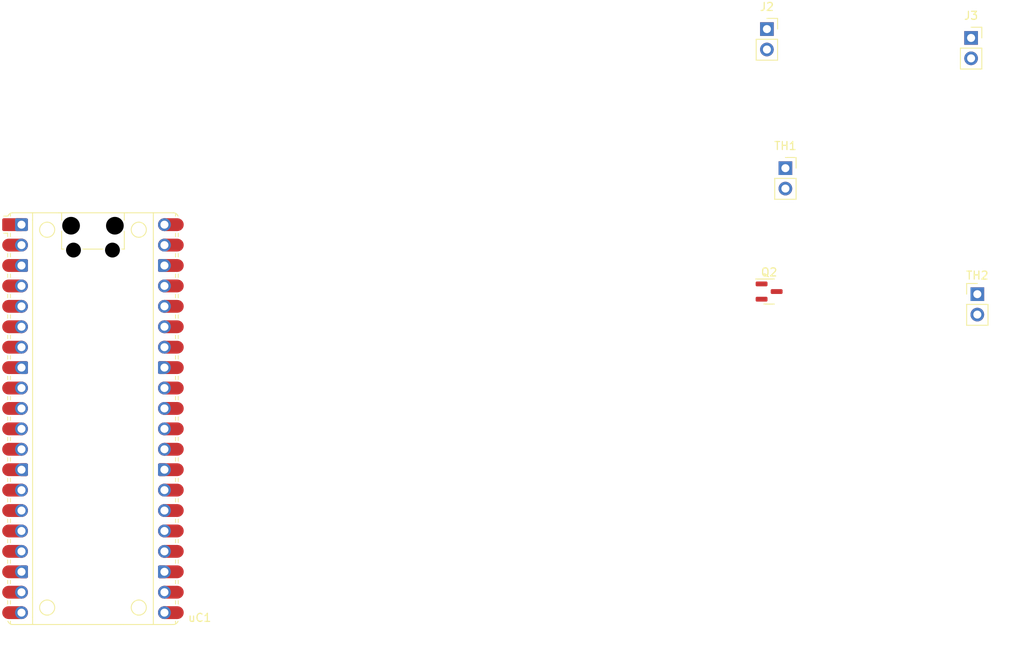
<source format=kicad_pcb>
(kicad_pcb (version 20221018) (generator pcbnew)
  (layers (0 "F.Cu" signal) (31 "B.Cu" signal) (34 "B.Paste" user) (35 "F.Paste" user) (36 "B.SilkS" user "B.Silkscreen") (37 "F.SilkS" user "F.Silkscreen") (38 "B.Mask" user) (39 "F.Mask" user) (44 "Edge.Cuts" user))
  (net 0 "")
  (net 1 "V_USB")
  (net 2 "GND")
  (net 3 "Net-(J3-Pin_2)")
  (net 4 "Net-(Q2-G)")
  (net 5 "Net-(Q2-S)")
  (net 6 "V_REG")
  (net 7 "BLOCK")
  (net 8 "  LID ")
  (net 9 "BLUE_RX")
  (net 10 "BLUE_TX")
  (net 20 "FAN")
  (net 23 "HBRG_IN2")
  (net 24 "HBRG_IN1")
  (net 25 "DISP_CS")
  (net 26 "DISP_DC")
  (net 27 "DISP_SCK")
  (net 28 "DISP_SDA")
  (net 29 "DISP_RES")
  (net 36 "/3.3V")
  (footprint "Connector_PinSocket_2.54mm:PinSocket_1x02_P2.54mm_Vertical" (layer "F.Cu") (at 179.625 45.55)
    (fp_text reference "J2" (at 0 -2.77) (layer "F.SilkS"))
    (fp_text value "Conn_01x02")
    (fp_line (start -1.33 1.27) (end -1.33 3.87) (stroke (width 0.12)) (layer "F.SilkS"))
    (fp_line (start -1.33 1.27) (end 1.33 1.27) (stroke (width 0.12)) (layer "F.SilkS"))
    (fp_line (start -1.33 3.87) (end 1.33 3.87) (stroke (width 0.12)) (layer "F.SilkS"))
    (fp_line (start 0 -1.33) (end 1.33 -1.33) (stroke (width 0.12)) (layer "F.SilkS"))
    (fp_line (start 1.33 -1.33) (end 1.33 0) (stroke (width 0.12)) (layer "F.SilkS"))
    (fp_line (start 1.33 1.27) (end 1.33 3.87) (stroke (width 0.12)) (layer "F.SilkS"))
    (pad "1" thru_hole rect (at 0 0) (size 1.7 1.7) (drill 1) (layers "*.Cu" "*.Mask") (net 1 "V_USB"))
    (pad "2" thru_hole oval (at 0 2.54) (size 1.7 1.7) (drill 1) (layers "*.Cu" "*.Mask") (net 2 "GND"))
  )
  (footprint "Connector_PinSocket_2.54mm:PinSocket_1x02_P2.54mm_Vertical" (layer "F.Cu") (at 205.025 46.65)
    (fp_text reference "J3" (at 0 -2.77) (layer "F.SilkS"))
    (fp_text value "Conn_01x02")
    (fp_line (start -1.33 1.27) (end -1.33 3.87) (stroke (width 0.12)) (layer "F.SilkS"))
    (fp_line (start -1.33 1.27) (end 1.33 1.27) (stroke (width 0.12)) (layer "F.SilkS"))
    (fp_line (start -1.33 3.87) (end 1.33 3.87) (stroke (width 0.12)) (layer "F.SilkS"))
    (fp_line (start 0 -1.33) (end 1.33 -1.33) (stroke (width 0.12)) (layer "F.SilkS"))
    (fp_line (start 1.33 -1.33) (end 1.33 0) (stroke (width 0.12)) (layer "F.SilkS"))
    (fp_line (start 1.33 1.27) (end 1.33 3.87) (stroke (width 0.12)) (layer "F.SilkS"))
    (pad "1" thru_hole rect (at 0 0) (size 1.7 1.7) (drill 1) (layers "*.Cu" "*.Mask") (net 1 "V_USB"))
    (pad "2" thru_hole oval (at 0 2.54) (size 1.7 1.7) (drill 1) (layers "*.Cu" "*.Mask") (net 3 "Net-(J3-Pin_2)"))
  )
  (footprint "Connector_PinHeader_2.54mm:PinHeader_1x02_P2.54mm_Vertical" (layer "F.Cu") (at 205.8 78.525)
    (fp_text reference "TH2" (at 0 -2.33) (layer "F.SilkS"))
    (fp_text value "Thermistor_PTC")
    (fp_line (start -1.33 -1.33) (end 0 -1.33) (stroke (width 0.12)) (layer "F.SilkS"))
    (fp_line (start -1.33 0) (end -1.33 -1.33) (stroke (width 0.12)) (layer "F.SilkS"))
    (fp_line (start -1.33 1.27) (end -1.33 3.87) (stroke (width 0.12)) (layer "F.SilkS"))
    (fp_line (start -1.33 1.27) (end 1.33 1.27) (stroke (width 0.12)) (layer "F.SilkS"))
    (fp_line (start -1.33 3.87) (end 1.33 3.87) (stroke (width 0.12)) (layer "F.SilkS"))
    (fp_line (start 1.33 1.27) (end 1.33 3.87) (stroke (width 0.12)) (layer "F.SilkS"))
    (pad "1" thru_hole rect (at 0 0) (size 1.7 1.7) (drill 1) (layers "*.Cu" "*.Mask") (net 2 "GND"))
    (pad "2" thru_hole oval (at 0 2.54) (size 1.7 1.7) (drill 1) (layers "*.Cu" "*.Mask") (net 8 "  LID "))
  )
  (footprint "Module_RaspberryPi_Pico:RaspberryPi_Pico_Common" (layer "F.Cu") (at 95.79 94.01)
    (fp_text reference "uC1" (at 11.7475 24.765 unlocked) (layer "F.SilkS") (effects (justify left)))
    (fp_text value "RaspberryPi_Pico")
    (fp_line (start -10.61 -23.07) (end -11.09 -23.07) (stroke (width 0.12)) (layer "F.SilkS"))
    (fp_line (start -10.61 -23.07) (end -10.61 -22.65) (stroke (width 0.12)) (layer "F.SilkS"))
    (fp_line (start -10.61 -20.53) (end -10.61 -20.11) (stroke (width 0.12)) (layer "F.SilkS"))
    (fp_line (start -10.61 -17.99) (end -10.61 -17.57) (stroke (width 0.12)) (layer "F.SilkS"))
    (fp_line (start -10.61 -15.45) (end -10.61 -15.03) (stroke (width 0.12)) (layer "F.SilkS"))
    (fp_line (start -10.61 -12.91) (end -10.61 -12.49) (stroke (width 0.12)) (layer "F.SilkS"))
    (fp_line (start -10.61 -10.37) (end -10.61 -9.95) (stroke (width 0.12)) (layer "F.SilkS"))
    (fp_line (start -10.61 -7.83) (end -10.61 -7.41) (stroke (width 0.12)) (layer "F.SilkS"))
    (fp_line (start -10.61 -5.29) (end -10.61 -4.87) (stroke (width 0.12)) (layer "F.SilkS"))
    (fp_line (start -10.61 -2.75) (end -10.61 -2.33) (stroke (width 0.12)) (layer "F.SilkS"))
    (fp_line (start -10.61 -0.21) (end -10.61 0.21) (stroke (width 0.12)) (layer "F.SilkS"))
    (fp_line (start -10.61 2.33) (end -10.61 2.75) (stroke (width 0.12)) (layer "F.SilkS"))
    (fp_line (start -10.61 4.87) (end -10.61 5.29) (stroke (width 0.12)) (layer "F.SilkS"))
    (fp_line (start -10.61 7.41) (end -10.61 7.83) (stroke (width 0.12)) (layer "F.SilkS"))
    (fp_line (start -10.61 9.95) (end -10.61 10.37) (stroke (width 0.12)) (layer "F.SilkS"))
    (fp_line (start -10.61 12.49) (end -10.61 12.91) (stroke (width 0.12)) (layer "F.SilkS"))
    (fp_line (start -10.61 15.03) (end -10.61 15.45) (stroke (width 0.12)) (layer "F.SilkS"))
    (fp_line (start -10.61 17.57) (end -10.61 17.99) (stroke (width 0.12)) (layer "F.SilkS"))
    (fp_line (start -10.61 20.11) (end -10.61 20.53) (stroke (width 0.12)) (layer "F.SilkS"))
    (fp_line (start -10.61 22.65) (end -10.61 23.07) (stroke (width 0.12)) (layer "F.SilkS"))
    (fp_line (start -10.579676 -25.189937) (end -11.09 -25.19) (stroke (width 0.12)) (layer "F.SilkS"))
    (fp_line (start -10.27 -25.189937) (end -10.27 -25.547) (stroke (width 0.12)) (layer "F.SilkS"))
    (fp_line (start -10.27 -23.07) (end -10.27 -22.65) (stroke (width 0.12)) (layer "F.SilkS"))
    (fp_line (start -10.27 -20.53) (end -10.27 -20.11) (stroke (width 0.12)) (layer "F.SilkS"))
    (fp_line (start -10.27 -17.99) (end -10.27 -17.57) (stroke (width 0.12)) (layer "F.SilkS"))
    (fp_line (start -10.27 -15.45) (end -10.27 -15.03) (stroke (width 0.12)) (layer "F.SilkS"))
    (fp_line (start -10.27 -12.91) (end -10.27 -12.49) (stroke (width 0.12)) (layer "F.SilkS"))
    (fp_line (start -10.27 -10.37) (end -10.27 -9.95) (stroke (width 0.12)) (layer "F.SilkS"))
    (fp_line (start -10.27 -7.83) (end -10.27 -7.41) (stroke (width 0.12)) (layer "F.SilkS"))
    (fp_line (start -10.27 -5.29) (end -10.27 -4.87) (stroke (width 0.12)) (layer "F.SilkS"))
    (fp_line (start -10.27 -2.75) (end -10.27 -2.33) (stroke (width 0.12)) (layer "F.SilkS"))
    (fp_line (start -10.27 -0.21) (end -10.27 0.21) (stroke (width 0.12)) (layer "F.SilkS"))
    (fp_line (start -10.27 2.33) (end -10.27 2.75) (stroke (width 0.12)) (layer "F.SilkS"))
    (fp_line (start -10.27 4.87) (end -10.27 5.29) (stroke (width 0.12)) (layer "F.SilkS"))
    (fp_line (start -10.27 7.41) (end -10.27 7.83) (stroke (width 0.12)) (layer "F.SilkS"))
    (fp_line (start -10.27 9.95) (end -10.27 10.37) (stroke (width 0.12)) (layer "F.SilkS"))
    (fp_line (start -10.27 12.49) (end -10.27 12.91) (stroke (width 0.12)) (layer "F.SilkS"))
    (fp_line (start -10.27 15.03) (end -10.27 15.45) (stroke (width 0.12)) (layer "F.SilkS"))
    (fp_line (start -10.27 17.57) (end -10.27 17.99) (stroke (width 0.12)) (layer "F.SilkS"))
    (fp_line (start -10.27 20.11) (end -10.27 20.53) (stroke (width 0.12)) (layer "F.SilkS"))
    (fp_line (start -10.27 22.65) (end -10.27 23.07) (stroke (width 0.12)) (layer "F.SilkS"))
    (fp_line (start -10.27 25.189937) (end -10.27 25.547) (stroke (width 0.12)) (layer "F.SilkS"))
    (fp_line (start -10 -25.61) (end -7.51 -25.61) (stroke (width 0.12)) (layer "F.SilkS"))
    (fp_line (start -10 25.61) (end -3.6 25.61) (stroke (width 0.12)) (layer "F.SilkS"))
    (fp_line (start -7.51 -25.61) (end -7.51 -24.69648) (stroke (width 0.12)) (layer "F.SilkS"))
    (fp_line (start -7.51 -25.61) (end -4.235 -25.61) (stroke (width 0.12)) (layer "F.SilkS"))
    (fp_line (start -7.51 -24.69648) (end -7.51 -22.30352) (stroke (width 0.12)) (layer "F.SilkS"))
    (fp_line (start -7.51 -22.30352) (end -7.51 22.30352) (stroke (width 0.12)) (layer "F.SilkS"))
    (fp_line (start -7.51 22.30352) (end -7.51 24.69648) (stroke (width 0.12)) (layer "F.SilkS"))
    (fp_line (start -7.51 24.69648) (end -7.51 25.61) (stroke (width 0.12)) (layer "F.SilkS"))
    (fp_line (start -4.235 -25.61) (end 4.235 -25.61) (stroke (width 0.12)) (layer "F.SilkS"))
    (fp_line (start -3.9 -25.61) (end -3.9 -24.694) (stroke (width 0.12)) (layer "F.SilkS"))
    (fp_line (start -3.9 -23.3152) (end -3.9 -21.09) (stroke (width 0.12)) (layer "F.SilkS"))
    (fp_line (start -3.9 -21.09) (end -3.60391 -21.09) (stroke (width 0.12)) (layer "F.SilkS"))
    (fp_line (start -1.24609 -21.09) (end 1.24609 -21.09) (stroke (width 0.12)) (layer "F.SilkS"))
    (fp_line (start 3.6 25.61) (end -3.6 25.61) (stroke (width 0.12)) (layer "F.SilkS"))
    (fp_line (start 3.6 25.61) (end 10 25.61) (stroke (width 0.12)) (layer "F.SilkS"))
    (fp_line (start 3.60391 -21.09) (end 3.9 -21.09) (stroke (width 0.12)) (layer "F.SilkS"))
    (fp_line (start 3.9 -25.61) (end 3.9 -24.694) (stroke (width 0.12)) (layer "F.SilkS"))
    (fp_line (start 3.9 -23.3152) (end 3.9 -21.09) (stroke (width 0.12)) (layer "F.SilkS"))
    (fp_line (start 4.235 -25.61) (end 7.51 -25.61) (stroke (width 0.12)) (layer "F.SilkS"))
    (fp_line (start 7.51 -25.61) (end 7.51 -24.69648) (stroke (width 0.12)) (layer "F.SilkS"))
    (fp_line (start 7.51 -24.69648) (end 7.51 -22.30352) (stroke (width 0.12)) (layer "F.SilkS"))
    (fp_line (start 7.51 -22.30352) (end 7.51 22.30352) (stroke (width 0.12)) (layer "F.SilkS"))
    (fp_line (start 7.51 22.30352) (end 7.51 24.69648) (stroke (width 0.12)) (layer "F.SilkS"))
    (fp_line (start 7.51 24.69648) (end 7.51 25.61) (stroke (width 0.12)) (layer "F.SilkS"))
    (fp_line (start 10 -25.61) (end 7.51 -25.61) (stroke (width 0.12)) (layer "F.SilkS"))
    (fp_line (start 10.27 -25.189937) (end 10.27 -25.547) (stroke (width 0.12)) (layer "F.SilkS"))
    (fp_line (start 10.27 -23.07) (end 10.27 -22.65) (stroke (width 0.12)) (layer "F.SilkS"))
    (fp_line (start 10.27 -20.53) (end 10.27 -20.11) (stroke (width 0.12)) (layer "F.SilkS"))
    (fp_line (start 10.27 -17.99) (end 10.27 -17.57) (stroke (width 0.12)) (layer "F.SilkS"))
    (fp_line (start 10.27 -15.45) (end 10.27 -15.03) (stroke (width 0.12)) (layer "F.SilkS"))
    (fp_line (start 10.27 -12.91) (end 10.27 -12.49) (stroke (width 0.12)) (layer "F.SilkS"))
    (fp_line (start 10.27 -10.37) (end 10.27 -9.95) (stroke (width 0.12)) (layer "F.SilkS"))
    (fp_line (start 10.27 -7.83) (end 10.27 -7.41) (stroke (width 0.12)) (layer "F.SilkS"))
    (fp_line (start 10.27 -5.29) (end 10.27 -4.87) (stroke (width 0.12)) (layer "F.SilkS"))
    (fp_line (start 10.27 -2.75) (end 10.27 -2.33) (stroke (width 0.12)) (layer "F.SilkS"))
    (fp_line (start 10.27 -0.21) (end 10.27 0.21) (stroke (width 0.12)) (layer "F.SilkS"))
    (fp_line (start 10.27 2.33) (end 10.27 2.75) (stroke (width 0.12)) (layer "F.SilkS"))
    (fp_line (start 10.27 4.87) (end 10.27 5.29) (stroke (width 0.12)) (layer "F.SilkS"))
    (fp_line (start 10.27 7.41) (end 10.27 7.83) (stroke (width 0.12)) (layer "F.SilkS"))
    (fp_line (start 10.27 9.95) (end 10.27 10.37) (stroke (width 0.12)) (layer "F.SilkS"))
    (fp_line (start 10.27 12.49) (end 10.27 12.91) (stroke (width 0.12)) (layer "F.SilkS"))
    (fp_line (start 10.27 15.03) (end 10.27 15.45) (stroke (width 0.12)) (layer "F.SilkS"))
    (fp_line (start 10.27 17.57) (end 10.27 17.99) (stroke (width 0.12)) (layer "F.SilkS"))
    (fp_line (start 10.27 20.11) (end 10.27 20.53) (stroke (width 0.12)) (layer "F.SilkS"))
    (fp_line (start 10.27 22.65) (end 10.27 23.07) (stroke (width 0.12)) (layer "F.SilkS"))
    (fp_line (start 10.27 25.189937) (end 10.27 25.547) (stroke (width 0.12)) (layer "F.SilkS"))
    (fp_line (start 10.61 -23.07) (end 10.61 -22.65) (stroke (width 0.12)) (layer "F.SilkS"))
    (fp_line (start 10.61 -20.53) (end 10.61 -20.11) (stroke (width 0.12)) (layer "F.SilkS"))
    (fp_line (start 10.61 -17.99) (end 10.61 -17.57) (stroke (width 0.12)) (layer "F.SilkS"))
    (fp_line (start 10.61 -15.45) (end 10.61 -15.03) (stroke (width 0.12)) (layer "F.SilkS"))
    (fp_line (start 10.61 -12.91) (end 10.61 -12.49) (stroke (width 0.12)) (layer "F.SilkS"))
    (fp_line (start 10.61 -10.37) (end 10.61 -9.95) (stroke (width 0.12)) (layer "F.SilkS"))
    (fp_line (start 10.61 -7.83) (end 10.61 -7.41) (stroke (width 0.12)) (layer "F.SilkS"))
    (fp_line (start 10.61 -5.29) (end 10.61 -4.87) (stroke (width 0.12)) (layer "F.SilkS"))
    (fp_line (start 10.61 -2.75) (end 10.61 -2.33) (stroke (width 0.12)) (layer "F.SilkS"))
    (fp_line (start 10.61 -0.21) (end 10.61 0.21) (stroke (width 0.12)) (layer "F.SilkS"))
    (fp_line (start 10.61 2.33) (end 10.61 2.75) (stroke (width 0.12)) (layer "F.SilkS"))
    (fp_line (start 10.61 4.87) (end 10.61 5.29) (stroke (width 0.12)) (layer "F.SilkS"))
    (fp_line (start 10.61 7.41) (end 10.61 7.83) (stroke (width 0.12)) (layer "F.SilkS"))
    (fp_line (start 10.61 9.95) (end 10.61 10.37) (stroke (width 0.12)) (layer "F.SilkS"))
    (fp_line (start 10.61 12.49) (end 10.61 12.91) (stroke (width 0.12)) (layer "F.SilkS"))
    (fp_line (start 10.61 15.03) (end 10.61 15.45) (stroke (width 0.12)) (layer "F.SilkS"))
    (fp_line (start 10.61 17.57) (end 10.61 17.99) (stroke (width 0.12)) (layer "F.SilkS"))
    (fp_line (start 10.61 20.11) (end 10.61 20.53) (stroke (width 0.12)) (layer "F.SilkS"))
    (fp_line (start 10.61 22.65) (end 10.61 23.07) (stroke (width 0.12)) (layer "F.SilkS"))
    (fp_arc (start -10.579676 -25.189937) (mid -10.357938 -25.493944) (end -10 -25.61) (stroke (width 0.12)) (layer "F.SilkS"))
    (fp_arc (start -10 25.61) (mid -10.357937 25.493944) (end -10.579676 25.189937) (stroke (width 0.12)) (layer "F.SilkS"))
    (fp_arc (start 10 -25.61) (mid 10.357937 -25.493944) (end 10.579676 -25.189937) (stroke (width 0.12)) (layer "F.SilkS"))
    (fp_arc (start 10.579676 25.189937) (mid 10.357949 25.493953) (end 10 25.61) (stroke (width 0.12)) (layer "F.SilkS"))
    (fp_circle (center -5.7 -23.5) (end -4.76 -23.5) (stroke (width 0.12)) (fill none) (layer "F.SilkS"))
    (fp_circle (center -5.7 23.5) (end -4.76 23.5) (stroke (width 0.12)) (fill none) (layer "F.SilkS"))
    (fp_circle (center 5.7 -23.5) (end 6.64 -23.5) (stroke (width 0.12)) (fill none) (layer "F.SilkS"))
    (fp_circle (center 5.7 23.5) (end 6.64 23.5) (stroke (width 0.12)) (fill none) (layer "F.SilkS"))
    (pad "" np_thru_hole circle (at -2.725 -24) (size 2.2 2.2) (drill 2.2) (layers "*.Mask"))
    (pad "" np_thru_hole circle (at -2.425 -20.97) (size 1.85 1.85) (drill 1.85) (layers "*.Mask"))
    (pad "" np_thru_hole circle (at 2.425 -20.97) (size 1.85 1.85) (drill 1.85) (layers "*.Mask"))
    (pad "" np_thru_hole circle (at 2.725 -24) (size 2.2 2.2) (drill 2.2) (layers "*.Mask"))
    (pad "1" thru_hole roundrect (at -8.89 -24.13) (size 1.6 1.6) (drill 1) (layers "*.Mask" "F.Cu" "In1.Cu" "B.Cu") (roundrect_rratio 0.125) (net 9 "BLUE_RX"))
    (pad "1" smd custom (at -8.89 -24.13) (size 1.6 1.6) (layers "F.Cu" "F.Mask") (net 9 "BLUE_RX") (options (clearance outline) (anchor circle)) (primitives (gr_poly (pts (xy -2.4 0.6) (xy -2.4 -0.6) (xy -2.2 -0.8) (xy 0 -0.8) (xy 0 0.8) (xy -2.2 0.8)) (width 0) (fill yes)) (gr_circle (center -2.2 0.6) (end -2 0.6) (width 0) (fill yes)) (gr_circle (center -2.2 -0.6) (end -2 -0.6) (width 0) (fill yes))))
    (pad "2" thru_hole circle (at -8.89 -21.59) (size 1.6 1.6) (drill 1) (layers "*.Mask" "F.Cu" "In1.Cu" "B.Cu") (net 10 "BLUE_TX"))
    (pad "2" smd roundrect (at -8.89 -21.59) (size 3.2 1.6) (drill (offset -0.8 0)) (layers "F.Cu" "F.Mask") (roundrect_rratio 0.5) (net 10 "BLUE_TX"))
    (pad "3" thru_hole custom (at -8.89 -19.05) (size 1.6 1.6) (drill 1) (layers "*.Mask" "F.Cu" "In1.Cu" "B.Cu") (net 2 "GND") (options (clearance outline) (anchor circle)) (primitives (gr_poly (pts (xy 0.8 0.6) (xy 0.8 -0.6) (xy 0.6 -0.8) (xy 0 -0.8) (xy 0 0.8) (xy 0.6 0.8)) (width 0) (fill yes)) (gr_circle (center 0.6 0.6) (end 0.8 0.6) (width 0) (fill yes)) (gr_circle (center 0.6 -0.6) (end 0.8 -0.6) (width 0) (fill yes))))
    (pad "3" smd custom (at -8.89 -19.05) (size 1.6 1.6) (layers "F.Cu" "F.Mask") (net 2 "GND") (options (clearance outline) (anchor circle)) (primitives (gr_poly (pts (xy 0.8 -0.6) (xy 0.8 0.6) (xy 0.6 0.8) (xy -1.6 0.8) (xy -1.6 -0.8) (xy 0.6 -0.8)) (width 0) (fill yes)) (gr_circle (center 0.6 0.6) (end 0.8 0.6) (width 0) (fill yes)) (gr_circle (center 0.6 -0.6) (end 0.8 -0.6) (width 0) (fill yes)) (gr_circle (center -1.6 0) (end -0.8 0) (width 0) (fill yes))))
    (pad "4" thru_hole circle (at -8.89 -16.51) (size 1.6 1.6) (drill 1) (layers "*.Mask" "F.Cu" "In1.Cu" "B.Cu"))
    (pad "4" smd roundrect (at -8.89 -16.51) (size 3.2 1.6) (drill (offset -0.8 0)) (layers "F.Cu" "F.Mask") (roundrect_rratio 0.5))
    (pad "5" thru_hole circle (at -8.89 -13.97) (size 1.6 1.6) (drill 1) (layers "*.Mask" "F.Cu" "In1.Cu" "B.Cu"))
    (pad "5" smd roundrect (at -8.89 -13.97) (size 3.2 1.6) (drill (offset -0.8 0)) (layers "F.Cu" "F.Mask") (roundrect_rratio 0.5))
    (pad "6" thru_hole circle (at -8.89 -11.43) (size 1.6 1.6) (drill 1) (layers "*.Mask" "F.Cu" "In1.Cu" "B.Cu"))
    (pad "6" smd roundrect (at -8.89 -11.43) (size 3.2 1.6) (drill (offset -0.8 0)) (layers "F.Cu" "F.Mask") (roundrect_rratio 0.5))
    (pad "7" thru_hole circle (at -8.89 -8.89) (size 1.6 1.6) (drill 1) (layers "*.Mask" "F.Cu" "In1.Cu" "B.Cu"))
    (pad "7" smd roundrect (at -8.89 -8.89) (size 3.2 1.6) (drill (offset -0.8 0)) (layers "F.Cu" "F.Mask") (roundrect_rratio 0.5))
    (pad "8" thru_hole custom (at -8.89 -6.35) (size 1.6 1.6) (drill 1) (layers "*.Mask" "F.Cu" "In1.Cu" "B.Cu") (net 2 "GND") (options (clearance outline) (anchor circle)) (primitives (gr_poly (pts (xy 0.8 0.6) (xy 0.8 -0.6) (xy 0.6 -0.8) (xy 0 -0.8) (xy 0 0.8) (xy 0.6 0.8)) (width 0) (fill yes)) (gr_circle (center 0.6 0.6) (end 0.8 0.6) (width 0) (fill yes)) (gr_circle (center 0.6 -0.6) (end 0.8 -0.6) (width 0) (fill yes))))
    (pad "8" smd custom (at -8.89 -6.35) (size 1.6 1.6) (layers "F.Cu" "F.Mask") (net 2 "GND") (options (clearance outline) (anchor circle)) (primitives (gr_poly (pts (xy 0.8 -0.6) (xy 0.8 0.6) (xy 0.6 0.8) (xy -1.6 0.8) (xy -1.6 -0.8) (xy 0.6 -0.8)) (width 0) (fill yes)) (gr_circle (center 0.6 0.6) (end 0.8 0.6) (width 0) (fill yes)) (gr_circle (center 0.6 -0.6) (end 0.8 -0.6) (width 0) (fill yes)) (gr_circle (center -1.6 0) (end -0.8 0) (width 0) (fill yes))))
    (pad "9" thru_hole circle (at -8.89 -3.81) (size 1.6 1.6) (drill 1) (layers "*.Mask" "F.Cu" "In1.Cu" "B.Cu"))
    (pad "9" smd roundrect (at -8.89 -3.81) (size 3.2 1.6) (drill (offset -0.8 0)) (layers "F.Cu" "F.Mask") (roundrect_rratio 0.5))
    (pad "10" thru_hole circle (at -8.89 -1.27) (size 1.6 1.6) (drill 1) (layers "*.Mask" "F.Cu" "In1.Cu" "B.Cu"))
    (pad "10" smd roundrect (at -8.89 -1.27) (size 3.2 1.6) (drill (offset -0.8 0)) (layers "F.Cu" "F.Mask") (roundrect_rratio 0.5))
    (pad "11" thru_hole circle (at -8.89 1.27) (size 1.6 1.6) (drill 1) (layers "*.Mask" "F.Cu" "In1.Cu" "B.Cu"))
    (pad "11" smd roundrect (at -8.89 1.27) (size 3.2 1.6) (drill (offset -0.8 0)) (layers "F.Cu" "F.Mask") (roundrect_rratio 0.5))
    (pad "12" thru_hole circle (at -8.89 3.81) (size 1.6 1.6) (drill 1) (layers "*.Mask" "F.Cu" "In1.Cu" "B.Cu"))
    (pad "12" smd roundrect (at -8.89 3.81) (size 3.2 1.6) (drill (offset -0.8 0)) (layers "F.Cu" "F.Mask") (roundrect_rratio 0.5))
    (pad "13" thru_hole custom (at -8.89 6.35) (size 1.6 1.6) (drill 1) (layers "*.Mask" "F.Cu" "In1.Cu" "B.Cu") (net 2 "GND") (options (clearance outline) (anchor circle)) (primitives (gr_poly (pts (xy 0.8 0.6) (xy 0.8 -0.6) (xy 0.6 -0.8) (xy 0 -0.8) (xy 0 0.8) (xy 0.6 0.8)) (width 0) (fill yes)) (gr_circle (center 0.6 0.6) (end 0.8 0.6) (width 0) (fill yes)) (gr_circle (center 0.6 -0.6) (end 0.8 -0.6) (width 0) (fill yes))))
    (pad "13" smd custom (at -8.89 6.35) (size 1.6 1.6) (layers "F.Cu" "F.Mask") (net 2 "GND") (options (clearance outline) (anchor circle)) (primitives (gr_poly (pts (xy 0.8 -0.6) (xy 0.8 0.6) (xy 0.6 0.8) (xy -1.6 0.8) (xy -1.6 -0.8) (xy 0.6 -0.8)) (width 0) (fill yes)) (gr_circle (center 0.6 0.6) (end 0.8 0.6) (width 0) (fill yes)) (gr_circle (center 0.6 -0.6) (end 0.8 -0.6) (width 0) (fill yes)) (gr_circle (center -1.6 0) (end -0.8 0) (width 0) (fill yes))))
    (pad "14" thru_hole circle (at -8.89 8.89) (size 1.6 1.6) (drill 1) (layers "*.Mask" "F.Cu" "In1.Cu" "B.Cu"))
    (pad "14" smd roundrect (at -8.89 8.89) (size 3.2 1.6) (drill (offset -0.8 0)) (layers "F.Cu" "F.Mask") (roundrect_rratio 0.5))
    (pad "15" thru_hole circle (at -8.89 11.43) (size 1.6 1.6) (drill 1) (layers "*.Mask" "F.Cu" "In1.Cu" "B.Cu") (net 20 "FAN"))
    (pad "15" smd roundrect (at -8.89 11.43) (size 3.2 1.6) (drill (offset -0.8 0)) (layers "F.Cu" "F.Mask") (roundrect_rratio 0.5) (net 20 "FAN"))
    (pad "16" thru_hole circle (at -8.89 13.97) (size 1.6 1.6) (drill 1) (layers "*.Mask" "F.Cu" "In1.Cu" "B.Cu"))
    (pad "16" smd roundrect (at -8.89 13.97) (size 3.2 1.6) (drill (offset -0.8 0)) (layers "F.Cu" "F.Mask") (roundrect_rratio 0.5))
    (pad "17" thru_hole circle (at -8.89 16.51) (size 1.6 1.6) (drill 1) (layers "*.Mask" "F.Cu" "In1.Cu" "B.Cu"))
    (pad "17" smd roundrect (at -8.89 16.51) (size 3.2 1.6) (drill (offset -0.8 0)) (layers "F.Cu" "F.Mask") (roundrect_rratio 0.5))
    (pad "18" thru_hole custom (at -8.89 19.05) (size 1.6 1.6) (drill 1) (layers "*.Mask" "F.Cu" "In1.Cu" "B.Cu") (net 2 "GND") (options (clearance outline) (anchor circle)) (primitives (gr_poly (pts (xy 0.8 0.6) (xy 0.8 -0.6) (xy 0.6 -0.8) (xy 0 -0.8) (xy 0 0.8) (xy 0.6 0.8)) (width 0) (fill yes)) (gr_circle (center 0.6 0.6) (end 0.8 0.6) (width 0) (fill yes)) (gr_circle (center 0.6 -0.6) (end 0.8 -0.6) (width 0) (fill yes))))
    (pad "18" smd custom (at -8.89 19.05) (size 1.6 1.6) (layers "F.Cu" "F.Mask") (net 2 "GND") (options (clearance outline) (anchor circle)) (primitives (gr_poly (pts (xy 0.8 -0.6) (xy 0.8 0.6) (xy 0.6 0.8) (xy -1.6 0.8) (xy -1.6 -0.8) (xy 0.6 -0.8)) (width 0) (fill yes)) (gr_circle (center 0.6 0.6) (end 0.8 0.6) (width 0) (fill yes)) (gr_circle (center 0.6 -0.6) (end 0.8 -0.6) (width 0) (fill yes)) (gr_circle (center -1.6 0) (end -0.8 0) (width 0) (fill yes))))
    (pad "19" thru_hole circle (at -8.89 21.59) (size 1.6 1.6) (drill 1) (layers "*.Mask" "F.Cu" "In1.Cu" "B.Cu") (net 23 "HBRG_IN2"))
    (pad "19" smd roundrect (at -8.89 21.59) (size 3.2 1.6) (drill (offset -0.8 0)) (layers "F.Cu" "F.Mask") (roundrect_rratio 0.5) (net 23 "HBRG_IN2"))
    (pad "20" thru_hole circle (at -8.89 24.13) (size 1.6 1.6) (drill 1) (layers "*.Mask" "F.Cu" "In1.Cu" "B.Cu") (net 24 "HBRG_IN1"))
    (pad "20" smd roundrect (at -8.89 24.13) (size 3.2 1.6) (drill (offset -0.8 0)) (layers "F.Cu" "F.Mask") (roundrect_rratio 0.5) (net 24 "HBRG_IN1"))
    (pad "21" thru_hole circle (at 8.89 24.13) (size 1.6 1.6) (drill 1) (layers "*.Mask" "F.Cu" "In1.Cu" "B.Cu") (net 25 "DISP_CS"))
    (pad "21" smd roundrect (at 8.89 24.13) (size 3.2 1.6) (drill (offset 0.8 0)) (layers "F.Cu" "F.Mask") (roundrect_rratio 0.5) (net 25 "DISP_CS"))
    (pad "22" thru_hole circle (at 8.89 21.59) (size 1.6 1.6) (drill 1) (layers "*.Mask" "F.Cu" "In1.Cu" "B.Cu") (net 26 "DISP_DC"))
    (pad "22" smd roundrect (at 8.89 21.59) (size 3.2 1.6) (drill (offset 0.8 0)) (layers "F.Cu" "F.Mask") (roundrect_rratio 0.5) (net 26 "DISP_DC"))
    (pad "23" thru_hole custom (at 8.89 19.05) (size 1.6 1.6) (drill 1) (layers "*.Mask" "F.Cu" "In1.Cu" "B.Cu") (net 2 "GND") (options (clearance outline) (anchor circle)) (primitives (gr_poly (pts (xy -0.8 0.6) (xy -0.8 -0.6) (xy -0.6 -0.8) (xy 0 -0.8) (xy 0 0.8) (xy -0.6 0.8)) (width 0) (fill yes)) (gr_circle (center -0.6 0.6) (end -0.4 0.6) (width 0) (fill yes)) (gr_circle (center -0.6 -0.6) (end -0.4 -0.6) (width 0) (fill yes))))
    (pad "23" smd custom (at 8.89 19.05) (size 1.6 1.6) (layers "F.Cu" "F.Mask") (net 2 "GND") (options (clearance outline) (anchor circle)) (primitives (gr_poly (pts (xy -0.8 -0.6) (xy -0.8 0.6) (xy -0.6 0.8) (xy 1.6 0.8) (xy 1.6 -0.8) (xy -0.6 -0.8)) (width 0) (fill yes)) (gr_circle (center -0.6 0.6) (end -0.4 0.6) (width 0) (fill yes)) (gr_circle (center -0.6 -0.6) (end -0.4 -0.6) (width 0) (fill yes)) (gr_circle (center 1.6 0) (end 2.4 0) (width 0) (fill yes))))
    (pad "24" thru_hole circle (at 8.89 16.51) (size 1.6 1.6) (drill 1) (layers "*.Mask" "F.Cu" "In1.Cu" "B.Cu") (net 27 "DISP_SCK"))
    (pad "24" smd roundrect (at 8.89 16.51) (size 3.2 1.6) (drill (offset 0.8 0)) (layers "F.Cu" "F.Mask") (roundrect_rratio 0.5) (net 27 "DISP_SCK"))
    (pad "25" thru_hole circle (at 8.89 13.97) (size 1.6 1.6) (drill 1) (layers "*.Mask" "F.Cu" "In1.Cu" "B.Cu") (net 28 "DISP_SDA"))
    (pad "25" smd roundrect (at 8.89 13.97) (size 3.2 1.6) (drill (offset 0.8 0)) (layers "F.Cu" "F.Mask") (roundrect_rratio 0.5) (net 28 "DISP_SDA"))
    (pad "26" thru_hole circle (at 8.89 11.43) (size 1.6 1.6) (drill 1) (layers "*.Mask" "F.Cu" "In1.Cu" "B.Cu") (net 29 "DISP_RES"))
    (pad "26" smd roundrect (at 8.89 11.43) (size 3.2 1.6) (drill (offset 0.8 0)) (layers "F.Cu" "F.Mask") (roundrect_rratio 0.5) (net 29 "DISP_RES"))
    (pad "27" thru_hole circle (at 8.89 8.89) (size 1.6 1.6) (drill 1) (layers "*.Mask" "F.Cu" "In1.Cu" "B.Cu"))
    (pad "27" smd roundrect (at 8.89 8.89) (size 3.2 1.6) (drill (offset 0.8 0)) (layers "F.Cu" "F.Mask") (roundrect_rratio 0.5))
    (pad "28" thru_hole custom (at 8.89 6.35) (size 1.6 1.6) (drill 1) (layers "*.Mask" "F.Cu" "In1.Cu" "B.Cu") (net 2 "GND") (options (clearance outline) (anchor circle)) (primitives (gr_poly (pts (xy -0.8 0.6) (xy -0.8 -0.6) (xy -0.6 -0.8) (xy 0 -0.8) (xy 0 0.8) (xy -0.6 0.8)) (width 0) (fill yes)) (gr_circle (center -0.6 0.6) (end -0.4 0.6) (width 0) (fill yes)) (gr_circle (center -0.6 -0.6) (end -0.4 -0.6) (width 0) (fill yes))))
    (pad "28" smd custom (at 8.89 6.35) (size 1.6 1.6) (layers "F.Cu" "F.Mask") (net 2 "GND") (options (clearance outline) (anchor circle)) (primitives (gr_poly (pts (xy -0.8 -0.6) (xy -0.8 0.6) (xy -0.6 0.8) (xy 1.6 0.8) (xy 1.6 -0.8) (xy -0.6 -0.8)) (width 0) (fill yes)) (gr_circle (center -0.6 0.6) (end -0.4 0.6) (width 0) (fill yes)) (gr_circle (center -0.6 -0.6) (end -0.4 -0.6) (width 0) (fill yes)) (gr_circle (center 1.6 0) (end 2.4 0) (width 0) (fill yes))))
    (pad "29" thru_hole circle (at 8.89 3.81) (size 1.6 1.6) (drill 1) (layers "*.Mask" "F.Cu" "In1.Cu" "B.Cu"))
    (pad "29" smd roundrect (at 8.89 3.81) (size 3.2 1.6) (drill (offset 0.8 0)) (layers "F.Cu" "F.Mask") (roundrect_rratio 0.5))
    (pad "30" thru_hole circle (at 8.89 1.27) (size 1.6 1.6) (drill 1) (layers "*.Mask" "F.Cu" "In1.Cu" "B.Cu"))
    (pad "30" smd roundrect (at 8.89 1.27) (size 3.2 1.6) (drill (offset 0.8 0)) (layers "F.Cu" "F.Mask") (roundrect_rratio 0.5))
    (pad "31" thru_hole circle (at 8.89 -1.27) (size 1.6 1.6) (drill 1) (layers "*.Mask" "F.Cu" "In1.Cu" "B.Cu") (net 7 "BLOCK"))
    (pad "31" smd roundrect (at 8.89 -1.27) (size 3.2 1.6) (drill (offset 0.8 0)) (layers "F.Cu" "F.Mask") (roundrect_rratio 0.5) (net 7 "BLOCK"))
    (pad "32" thru_hole circle (at 8.89 -3.81) (size 1.6 1.6) (drill 1) (layers "*.Mask" "F.Cu" "In1.Cu" "B.Cu") (net 8 "  LID "))
    (pad "32" smd roundrect (at 8.89 -3.81) (size 3.2 1.6) (drill (offset 0.8 0)) (layers "F.Cu" "F.Mask") (roundrect_rratio 0.5) (net 8 "  LID "))
    (pad "33" thru_hole custom (at 8.89 -6.35) (size 1.6 1.6) (drill 1) (layers "*.Mask" "F.Cu" "In1.Cu" "B.Cu") (options (clearance outline) (anchor circle)) (primitives (gr_poly (pts (xy -0.8 0.6) (xy -0.8 -0.6) (xy -0.6 -0.8) (xy 0 -0.8) (xy 0 0.8) (xy -0.6 0.8)) (width 0) (fill yes)) (gr_circle (center -0.6 0.6) (end -0.4 0.6) (width 0) (fill yes)) (gr_circle (center -0.6 -0.6) (end -0.4 -0.6) (width 0) (fill yes))))
    (pad "33" smd custom (at 8.89 -6.35) (size 1.6 1.6) (layers "F.Cu" "F.Mask") (options (clearance outline) (anchor circle)) (primitives (gr_poly (pts (xy -0.8 -0.6) (xy -0.8 0.6) (xy -0.6 0.8) (xy 1.6 0.8) (xy 1.6 -0.8) (xy -0.6 -0.8)) (width 0) (fill yes)) (gr_circle (center -0.6 0.6) (end -0.4 0.6) (width 0) (fill yes)) (gr_circle (center -0.6 -0.6) (end -0.4 -0.6) (width 0) (fill yes)) (gr_circle (center 1.6 0) (end 2.4 0) (width 0) (fill yes))))
    (pad "34" thru_hole circle (at 8.89 -8.89) (size 1.6 1.6) (drill 1) (layers "*.Mask" "F.Cu" "In1.Cu" "B.Cu"))
    (pad "34" smd roundrect (at 8.89 -8.89) (size 3.2 1.6) (drill (offset 0.8 0)) (layers "F.Cu" "F.Mask") (roundrect_rratio 0.5))
    (pad "35" thru_hole circle (at 8.89 -11.43) (size 1.6 1.6) (drill 1) (layers "*.Mask" "F.Cu" "In1.Cu" "B.Cu"))
    (pad "35" smd roundrect (at 8.89 -11.43) (size 3.2 1.6) (drill (offset 0.8 0)) (layers "F.Cu" "F.Mask") (roundrect_rratio 0.5))
    (pad "36" thru_hole circle (at 8.89 -13.97) (size 1.6 1.6) (drill 1) (layers "*.Mask" "F.Cu" "In1.Cu" "B.Cu") (net 36 "/3.3V"))
    (pad "36" smd roundrect (at 8.89 -13.97) (size 3.2 1.6) (drill (offset 0.8 0)) (layers "F.Cu" "F.Mask") (roundrect_rratio 0.5) (net 36 "/3.3V"))
    (pad "37" thru_hole circle (at 8.89 -16.51) (size 1.6 1.6) (drill 1) (layers "*.Mask" "F.Cu" "In1.Cu" "B.Cu"))
    (pad "37" smd roundrect (at 8.89 -16.51) (size 3.2 1.6) (drill (offset 0.8 0)) (layers "F.Cu" "F.Mask") (roundrect_rratio 0.5))
    (pad "38" thru_hole custom (at 8.89 -19.05) (size 1.6 1.6) (drill 1) (layers "*.Mask" "F.Cu" "In1.Cu" "B.Cu") (net 2 "GND") (options (clearance outline) (anchor circle)) (primitives (gr_poly (pts (xy -0.8 0.6) (xy -0.8 -0.6) (xy -0.6 -0.8) (xy 0 -0.8) (xy 0 0.8) (xy -0.6 0.8)) (width 0) (fill yes)) (gr_circle (center -0.6 0.6) (end -0.4 0.6) (width 0) (fill yes)) (gr_circle (center -0.6 -0.6) (end -0.4 -0.6) (width 0) (fill yes))))
    (pad "38" smd custom (at 8.89 -19.05) (size 1.6 1.6) (layers "F.Cu" "F.Mask") (net 2 "GND") (options (clearance outline) (anchor circle)) (primitives (gr_poly (pts (xy -0.8 -0.6) (xy -0.8 0.6) (xy -0.6 0.8) (xy 1.6 0.8) (xy 1.6 -0.8) (xy -0.6 -0.8)) (width 0) (fill yes)) (gr_circle (center -0.6 0.6) (end -0.4 0.6) (width 0) (fill yes)) (gr_circle (center -0.6 -0.6) (end -0.4 -0.6) (width 0) (fill yes)) (gr_circle (center 1.6 0) (end 2.4 0) (width 0) (fill yes))))
    (pad "39" thru_hole circle (at 8.89 -21.59) (size 1.6 1.6) (drill 1) (layers "*.Mask" "F.Cu" "In1.Cu" "B.Cu") (net 5 "Net-(Q2-S)"))
    (pad "39" smd roundrect (at 8.89 -21.59) (size 3.2 1.6) (drill (offset 0.8 0)) (layers "F.Cu" "F.Mask") (roundrect_rratio 0.5) (net 5 "Net-(Q2-S)"))
    (pad "40" thru_hole circle (at 8.89 -24.13) (size 1.6 1.6) (drill 1) (layers "*.Mask" "F.Cu" "In1.Cu" "B.Cu") (net 4 "Net-(Q2-G)"))
    (pad "40" smd roundrect (at 8.89 -24.13) (size 3.2 1.6) (drill (offset 0.8 0)) (layers "F.Cu" "F.Mask") (roundrect_rratio 0.5) (net 4 "Net-(Q2-G)"))
  )
  (footprint "Connector_PinSocket_2.54mm:PinSocket_1x02_P2.54mm_Vertical" (layer "F.Cu") (at 181.925 62.85)
    (fp_text reference "TH1" (at 0 -2.77) (layer "F.SilkS"))
    (fp_text value "Thermistor_PTC")
    (fp_line (start -1.33 1.27) (end -1.33 3.87) (stroke (width 0.12)) (layer "F.SilkS"))
    (fp_line (start -1.33 1.27) (end 1.33 1.27) (stroke (width 0.12)) (layer "F.SilkS"))
    (fp_line (start -1.33 3.87) (end 1.33 3.87) (stroke (width 0.12)) (layer "F.SilkS"))
    (fp_line (start 0 -1.33) (end 1.33 -1.33) (stroke (width 0.12)) (layer "F.SilkS"))
    (fp_line (start 1.33 -1.33) (end 1.33 0) (stroke (width 0.12)) (layer "F.SilkS"))
    (fp_line (start 1.33 1.27) (end 1.33 3.87) (stroke (width 0.12)) (layer "F.SilkS"))
    (pad "1" thru_hole rect (at 0 0) (size 1.7 1.7) (drill 1) (layers "*.Cu" "*.Mask") (net 2 "GND"))
    (pad "2" thru_hole oval (at 0 2.54) (size 1.7 1.7) (drill 1) (layers "*.Cu" "*.Mask") (net 7 "BLOCK"))
  )
  (footprint "Package_TO_SOT_SMD:SOT-23" (layer "F.Cu") (at 179.9 78.2)
    (fp_text reference "Q2" (at 0 -2.4) (layer "F.SilkS"))
    (fp_text value "DMG2301L")
    (fp_line (start 0 -1.56) (end -1.675 -1.56) (stroke (width 0.12)) (layer "F.SilkS"))
    (fp_line (start 0 -1.56) (end 0.65 -1.56) (stroke (width 0.12)) (layer "F.SilkS"))
    (fp_line (start 0 1.56) (end -0.65 1.56) (stroke (width 0.12)) (layer "F.SilkS"))
    (fp_line (start 0 1.56) (end 0.65 1.56) (stroke (width 0.12)) (layer "F.SilkS"))
    (pad "1" smd roundrect (at -0.9375 -0.95) (size 1.475 0.6) (layers "F.Cu" "F.Paste" "F.Mask") (net 4 "Net-(Q2-G)"))
    (pad "2" smd roundrect (at -0.9375 0.95) (size 1.475 0.6) (layers "F.Cu" "F.Paste" "F.Mask") (net 5 "Net-(Q2-S)"))
    (pad "3" smd roundrect (at 0.9375 0) (size 1.475 0.6) (layers "F.Cu" "F.Paste" "F.Mask") (net 6 "V_REG"))
  )
)
</source>
